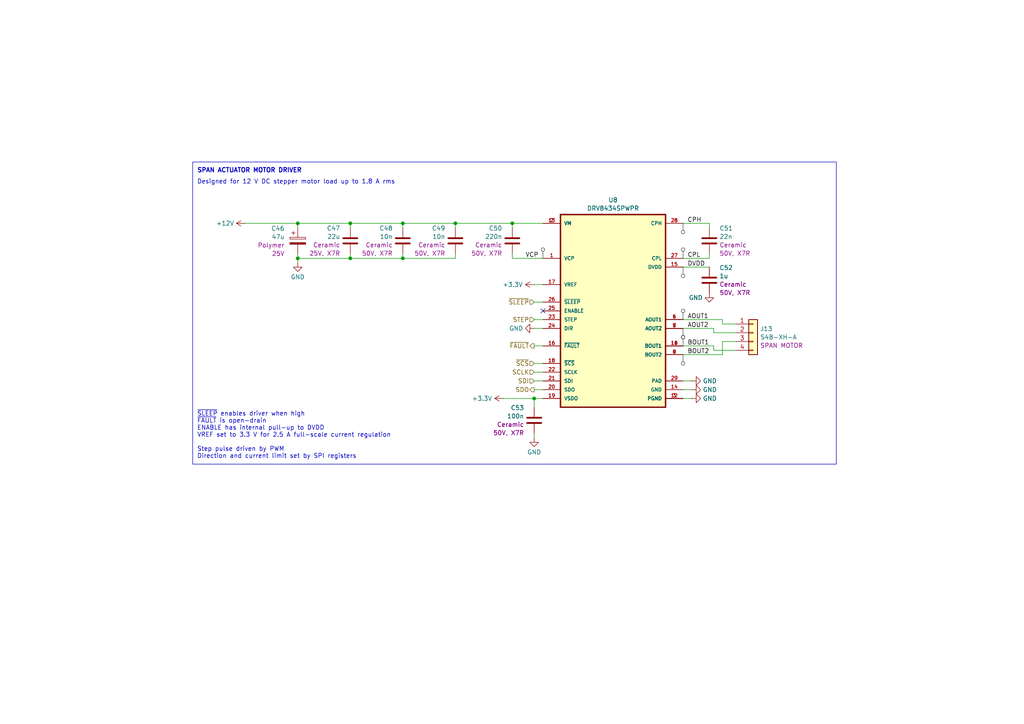
<source format=kicad_sch>
(kicad_sch (version 20250114) (generator "eeschema") (generator_version "9.0")
  (paper "A4")
  (title_block (title "Bed Lift Controller") (date "2026-01") (rev "v1.0") (company "Brown Studios LLC") (comment 1 "github.com/j9brown/bed-lift"))
  (lib_symbols
    (symbol "Connector_Generic:Conn_01x04" (pin_names (offset 1.016) (hide yes))
      (property "Reference" "J" (at 0 5.08 0))
      (property "Value" "Conn_01x04" (at 0 -7.62 0))
      (symbol "Conn_01x04_1_1"
        (rectangle (start -1.27 3.81) (end 1.27 -6.35) (stroke (width 0.254)) (fill (type background)))
        (rectangle (start -1.27 2.667) (end 0 2.413) (stroke (width 0.1524)))
        (rectangle (start -1.27 0.127) (end 0 -0.127) (stroke (width 0.1524)))
        (rectangle (start -1.27 -2.413) (end 0 -2.667) (stroke (width 0.1524)))
        (rectangle (start -1.27 -4.953) (end 0 -5.207) (stroke (width 0.1524)))
        (pin passive line (at -5.08 2.54 0) (length 3.81) (name "Pin_1") (number "1"))
        (pin passive line (at -5.08 0 0) (length 3.81) (name "Pin_2") (number "2"))
        (pin passive line (at -5.08 -2.54 0) (length 3.81) (name "Pin_3") (number "3"))
        (pin passive line (at -5.08 -5.08 0) (length 3.81) (name "Pin_4") (number "4"))
      )
    )
    (symbol "DRV8434SPWPR:DRV8434SPWPR" (pin_names (offset 1.016))
      (property "Reference" "U" (at -14.986 31.242 0))
      (property "Value" "DRV8434SPWPR" (at -15.24 -29.4 0))
      (symbol "DRV8434SPWPR_0_0"
        (rectangle (start -15.24 30.48) (end 15.24 -25.4) (stroke (width 0.41)) (fill (type background)))
        (pin power_in line (at -20.32 27.94 0) (length 5.08) (name "VM") (number "2"))
        (pin power_out line (at -20.32 17.78 0) (length 5.08) (name "VCP") (number "1"))
        (pin input line (at -20.32 10.16 0) (length 5.08) (name "VREF") (number "17"))
        (pin input line (at -20.32 5.08 0) (length 5.08) (name "~{SLEEP}") (number "26"))
        (pin input line (at -20.32 2.54 0) (length 5.08) (name "ENABLE") (number "25"))
        (pin input line (at -20.32 -2.54 0) (length 5.08) (name "DIR") (number "24"))
        (pin power_out line (at 20.32 27.94 180) (length 5.08) (name "CPH") (number "28"))
        (pin power_out line (at 20.32 17.78 180) (length 5.08) (name "CPL") (number "27"))
        (pin passive line (at 20.32 -17.78 180) (length 5.08) (name "PAD") (number "29"))
        (pin power_in line (at 20.32 -20.32 180) (length 5.08) (name "GND") (number "14"))
        (pin power_in line (at 20.32 -22.86 180) (length 5.08) (name "PGND") (number "3"))
      )
      (symbol "DRV8434SPWPR_1_0"
        (pin power_in line (at -20.32 27.94 0) (length 5.08) (name "VM") (number "13"))
        (pin input line (at -20.32 0 0) (length 5.08) (name "STEP") (number "23"))
        (pin open_collector line (at -20.32 -7.62 0) (length 5.08) (name "~{FAULT}") (number "16"))
        (pin input line (at -20.32 -12.7 0) (length 5.08) (name "~{SCS}") (number "18"))
        (pin input line (at -20.32 -15.24 0) (length 5.08) (name "SCLK") (number "22"))
        (pin input line (at -20.32 -17.78 0) (length 5.08) (name "SDI") (number "21"))
        (pin output line (at -20.32 -20.32 0) (length 5.08) (name "SDO") (number "20"))
        (pin power_in line (at -20.32 -22.86 0) (length 5.08) (name "VSDO") (number "19"))
        (pin power_out line (at 20.32 15.24 180) (length 5.08) (name "DVDD") (number "15"))
        (pin power_out line (at 20.32 0 180) (length 5.08) (name "AOUT1") (number "4"))
        (pin power_out line (at 20.32 0 180) (length 5.08) (name "AOUT1") (number "5"))
        (pin power_out line (at 20.32 -2.54 180) (length 5.08) (name "AOUT2") (number "6"))
        (pin power_out line (at 20.32 -2.54 180) (length 5.08) (name "AOUT2") (number "7"))
        (pin power_out line (at 20.32 -7.62 180) (length 5.08) (name "BOUT1") (number "10"))
        (pin power_out line (at 20.32 -7.62 180) (length 5.08) (name "BOUT1") (number "11"))
        (pin power_out line (at 20.32 -10.16 180) (length 5.08) (name "BOUT2") (number "8"))
        (pin power_out line (at 20.32 -10.16 180) (length 5.08) (name "BOUT2") (number "9"))
        (pin power_in line (at 20.32 -22.86 180) (length 5.08) (name "PGND") (number "12"))
      )
    )
    (symbol "Device:C" (pin_numbers (hide yes)) (pin_names (offset 0.254))
      (property "Reference" "C" (at 0.635 2.54 0))
      (property "Value" "C" (at 0.635 -2.54 0))
      (symbol "C_0_1"
        (polyline (pts (xy -2.032 0.762) (xy 2.032 0.762)) (stroke (width 0.508)))
        (polyline (pts (xy -2.032 -0.762) (xy 2.032 -0.762)) (stroke (width 0.508)))
      )
      (symbol "C_1_1"
        (pin passive line (at 0 3.81 270) (length 2.794) (name "~") (number "1"))
        (pin passive line (at 0 -3.81 90) (length 2.794) (name "~") (number "2"))
      )
    )
    (symbol "Device:C_Polarized" (pin_numbers (hide yes)) (pin_names (offset 0.254))
      (property "Reference" "C" (at 0.635 2.54 0))
      (property "Value" "C_Polarized" (at 0.635 -2.54 0))
      (symbol "C_Polarized_0_1"
        (rectangle (start -2.286 0.508) (end 2.286 1.016))
        (polyline (pts (xy -1.778 2.286) (xy -0.762 2.286)))
        (polyline (pts (xy -1.27 2.794) (xy -1.27 1.778)))
        (rectangle (start 2.286 -0.508) (end -2.286 -1.016) (fill (type outline)))
      )
      (symbol "C_Polarized_1_1"
        (pin passive line (at 0 3.81 270) (length 2.794) (name "~") (number "1"))
        (pin passive line (at 0 -3.81 90) (length 2.794) (name "~") (number "2"))
      )
    )
    (symbol "power:+12V" (power) (pin_numbers (hide yes)) (pin_names (offset 0) (hide yes))
      (property "Value" "+12V" (at 0 3.556 0))
      (symbol "+12V_0_1"
        (polyline (pts (xy -0.762 1.27) (xy 0 2.54)))
        (polyline (pts (xy 0 2.54) (xy 0.762 1.27)))
        (polyline (pts (xy 0 0) (xy 0 2.54)))
      )
      (symbol "+12V_1_1"
        (pin power_in line (at 0 0 90) (length 0) (name "~") (number "1"))
      )
    )
    (symbol "power:+3.3V" (power) (pin_numbers (hide yes)) (pin_names (offset 0) (hide yes))
      (property "Value" "+3.3V" (at 0 3.556 0))
      (symbol "+3.3V_0_1"
        (polyline (pts (xy -0.762 1.27) (xy 0 2.54)))
        (polyline (pts (xy 0 2.54) (xy 0.762 1.27)))
        (polyline (pts (xy 0 0) (xy 0 2.54)))
      )
      (symbol "+3.3V_1_1"
        (pin power_in line (at 0 0 90) (length 0) (name "~") (number "1"))
      )
    )
    (symbol "power:GND" (power) (pin_numbers (hide yes)) (pin_names (offset 0) (hide yes))
      (property "Value" "GND" (at 0 -3.81 0))
      (symbol "GND_0_1"
        (polyline (pts (xy 0 0) (xy 0 -1.27) (xy 1.27 -1.27) (xy 0 -2.54) (xy -1.27 -1.27) (xy 0 -1.27)))
      )
      (symbol "GND_1_1"
        (pin power_in line (at 0 0 270) (length 0) (name "~") (number "1"))
      )
    )
  )
  (rectangle (start 55.88 46.99) (end 242.57 134.62))
  (text "Designed for 12 V DC stepper motor load up to 1.8 A rms" (at 57.15 52.07 0) (effects (font (size 1.27 1.27)) (justify left top)))
  (text "SPAN ACTUATOR MOTOR DRIVER" (at 57.15 49.53 0) (effects (font (size 1.27 1.27) (thickness 0.254) (bold yes)) (justify left)))
  (text "~{SLEEP} enables driver when high\n~{FAULT} is open-drain\nENABLE has internal pull-up to DVDD\nVREF set to 3.3 V for 2.5 A full-scale current regulation\n\nStep pulse driven by PWM\nDirection and current limit set by SPI registers" (at 57.15 119.38 0) (effects (font (size 1.27 1.27)) (justify left top)))
  (junction (at 116.84 74.93))
  (junction (at 101.6 74.93))
  (junction (at 101.6 64.77))
  (junction (at 86.36 74.93))
  (junction (at 154.94 115.57))
  (junction (at 132.08 64.77))
  (junction (at 148.59 64.77))
  (junction (at 116.84 64.77))
  (junction (at 86.36 64.77))
  (no_connect (at 157.48 90.17))
  (wire (pts (xy 101.6 74.93) (xy 116.84 74.93)))
  (wire (pts (xy 154.94 82.55) (xy 157.48 82.55)))
  (wire (pts (xy 86.36 73.66) (xy 86.36 74.93)))
  (wire (pts (xy 101.6 64.77) (xy 116.84 64.77)))
  (wire (pts (xy 198.12 102.87) (xy 209.55 102.87)))
  (wire (pts (xy 154.94 100.33) (xy 157.48 100.33)))
  (wire (pts (xy 116.84 74.93) (xy 116.84 73.66)))
  (wire (pts (xy 198.12 113.03) (xy 200.66 113.03)))
  (wire (pts (xy 198.12 77.47) (xy 205.74 77.47)))
  (wire (pts (xy 101.6 73.66) (xy 101.6 74.93)))
  (wire (pts (xy 71.12 64.77) (xy 86.36 64.77)))
  (wire (pts (xy 86.36 74.93) (xy 86.36 76.2)))
  (wire (pts (xy 209.55 93.98) (xy 209.55 92.71)))
  (wire (pts (xy 154.94 107.95) (xy 157.48 107.95)))
  (wire (pts (xy 86.36 64.77) (xy 101.6 64.77)))
  (wire (pts (xy 198.12 92.71) (xy 209.55 92.71)))
  (wire (pts (xy 101.6 64.77) (xy 101.6 66.04)))
  (wire (pts (xy 86.36 74.93) (xy 101.6 74.93)))
  (wire (pts (xy 198.12 115.57) (xy 200.66 115.57)))
  (wire (pts (xy 207.01 96.52) (xy 207.01 95.25)))
  (wire (pts (xy 86.36 64.77) (xy 86.36 66.04)))
  (wire (pts (xy 148.59 64.77) (xy 157.48 64.77)))
  (wire (pts (xy 213.36 96.52) (xy 207.01 96.52)))
  (wire (pts (xy 132.08 64.77) (xy 132.08 66.04)))
  (wire (pts (xy 154.94 110.49) (xy 157.48 110.49)))
  (wire (pts (xy 205.74 66.04) (xy 205.74 64.77)))
  (wire (pts (xy 154.94 95.25) (xy 157.48 95.25)))
  (wire (pts (xy 148.59 73.66) (xy 148.59 74.93)))
  (wire (pts (xy 198.12 74.93) (xy 205.74 74.93)))
  (wire (pts (xy 154.94 113.03) (xy 157.48 113.03)))
  (wire (pts (xy 148.59 66.04) (xy 148.59 64.77)))
  (wire (pts (xy 209.55 99.06) (xy 209.55 102.87)))
  (wire (pts (xy 213.36 101.6) (xy 207.01 101.6)))
  (wire (pts (xy 148.59 74.93) (xy 157.48 74.93)))
  (wire (pts (xy 198.12 64.77) (xy 205.74 64.77)))
  (wire (pts (xy 209.55 99.06) (xy 213.36 99.06)))
  (wire (pts (xy 154.94 105.41) (xy 157.48 105.41)))
  (wire (pts (xy 205.74 73.66) (xy 205.74 74.93)))
  (wire (pts (xy 116.84 64.77) (xy 132.08 64.77)))
  (wire (pts (xy 132.08 64.77) (xy 148.59 64.77)))
  (wire (pts (xy 116.84 74.93) (xy 132.08 74.93)))
  (wire (pts (xy 154.94 115.57) (xy 154.94 118.11)))
  (wire (pts (xy 116.84 64.77) (xy 116.84 66.04)))
  (wire (pts (xy 132.08 73.66) (xy 132.08 74.93)))
  (wire (pts (xy 154.94 127) (xy 154.94 125.73)))
  (wire (pts (xy 198.12 100.33) (xy 207.01 100.33)))
  (wire (pts (xy 198.12 110.49) (xy 200.66 110.49)))
  (wire (pts (xy 146.05 115.57) (xy 154.94 115.57)))
  (wire (pts (xy 154.94 92.71) (xy 157.48 92.71)))
  (wire (pts (xy 213.36 93.98) (xy 209.55 93.98)))
  (wire (pts (xy 154.94 87.63) (xy 157.48 87.63)))
  (wire (pts (xy 207.01 101.6) (xy 207.01 100.33)))
  (wire (pts (xy 154.94 115.57) (xy 157.48 115.57)))
  (wire (pts (xy 198.12 95.25) (xy 207.01 95.25)))
  (label "CPL" (at 199.39 74.93 0))
  (label "VCP" (at 156.21 74.93 180))
  (label "BOUT2" (at 199.39 102.87 0))
  (label "CPH" (at 199.39 64.77 0))
  (label "AOUT2" (at 199.39 95.25 0))
  (label "DVDD" (at 199.39 77.47 0))
  (label "BOUT1" (at 199.39 100.33 0))
  (label "AOUT1" (at 199.39 92.71 0))
  (hierarchical_label "~{SLEEP}" (shape input) (at 154.94 87.63 180))
  (hierarchical_label "~{FAULT}" (shape output) (at 154.94 100.33 180))
  (hierarchical_label "STEP" (shape input) (at 154.94 92.71 180))
  (hierarchical_label "~{SCS}" (shape input) (at 154.94 105.41 180))
  (hierarchical_label "SDO" (shape output) (at 154.94 113.03 180))
  (hierarchical_label "SCLK" (shape input) (at 154.94 107.95 180))
  (hierarchical_label "SDI" (shape input) (at 154.94 110.49 180))
  (netclass_flag "" (length 2.54) (shape round) (at 198.12 95.25 180) (property "Netclass" "Power-2A" (effects (hide yes))))
  (netclass_flag "" (length 2.54) (shape round) (at 198.12 64.77 180) (property "Netclass" "Power" (effects (hide yes))))
  (netclass_flag "" (length 2.54) (shape round) (at 198.12 74.93 0) (property "Netclass" "Power" (effects (hide yes))))
  (netclass_flag "" (length 2.54) (shape round) (at 157.48 74.93 0) (property "Netclass" "Power" (effects (hide yes))))
  (netclass_flag "" (length 2.54) (shape round) (at 198.12 100.33 0) (property "Netclass" "Power-2A" (effects (hide yes))))
  (netclass_flag "" (length 2.54) (shape round) (at 198.12 102.87 180) (property "Netclass" "Power-2A" (effects (hide yes))))
  (netclass_flag "" (length 2.54) (shape round) (at 198.12 77.47 180) (property "Netclass" "Power" (effects (hide yes))))
  (netclass_flag "" (length 2.54) (shape round) (at 198.12 92.71 0) (property "Netclass" "Power-2A" (effects (hide yes))))
  (symbol (lib_id "power:GND") (at 154.94 127 0) (unit 1)
    (property "Reference" "#PWR075" (effects (hide yes)))
    (property "Value" "GND" (at 154.94 131.1331 0))
    (property "Description" "Power symbol creates a global label with name \"GND\" , ground" (effects (hide yes)))
    (instances (project "bed-lift" (path "" (reference "#PWR085") (unit 1)) (path "" (reference "#PWR095") (unit 1)) (path "" (reference "#PWR075") (unit 1)) (path "" (reference "#PWR0105") (unit 1))))
  )
  (symbol (lib_id "power:GND") (at 200.66 110.49 90) (unit 1)
    (property "Reference" "#PWR071" (effects (hide yes)))
    (property "Value" "GND" (at 203.835 110.49 90) (effects (justify right)))
    (property "Description" "Power symbol creates a global label with name \"GND\" , ground" (effects (hide yes)))
    (instances (project "bed-lift" (path "" (reference "#PWR081") (unit 1)) (path "" (reference "#PWR091") (unit 1)) (path "" (reference "#PWR071") (unit 1)) (path "" (reference "#PWR0101") (unit 1))))
  )
  (symbol (lib_id "power:+12V") (at 71.12 64.77 90) (unit 1)
    (property "Reference" "#PWR066" (effects (hide yes)))
    (property "Value" "+12V" (at 67.945 64.77 90) (effects (justify left)))
    (property "Description" "Power symbol creates a global label with name \"+12V\"" (effects (hide yes)))
    (instances (project "bed-lift" (path "" (reference "#PWR076") (unit 1)) (path "" (reference "#PWR086") (unit 1)) (path "" (reference "#PWR066") (unit 1)) (path "" (reference "#PWR096") (unit 1))))
  )
  (symbol (lib_id "Device:C") (at 205.74 69.85 0) (unit 1)
    (property "Reference" "C43" (at 208.661 66.2135 0) (effects (justify left)))
    (property "Value" "22n" (at 208.661 68.6378 0) (effects (justify left)))
    (property "Footprint" "Capacitor_SMD:C_0603_1608Metric" (effects (hide yes)))
    (property "Description" "Unpolarized capacitor" (effects (hide yes)))
    (property "Type" "Ceramic" (at 208.661 71.0621 0) (effects (justify left)))
    (property "Rating" "50V, X7R" (at 208.661 73.4864 0) (effects (justify left)))
    (property "LCSC" "C21122" (effects (hide yes)))
    (instances (project "bed-lift" (path "" (reference "C51") (unit 1)) (path "" (reference "C59") (unit 1)) (path "" (reference "C43") (unit 1)) (path "" (reference "C67") (unit 1))))
  )
  (symbol (lib_id "Device:C") (at 132.08 69.85 0) (mirror y) (unit 1)
    (property "Reference" "C41" (at 129.159 66.2135 0) (effects (justify left)))
    (property "Value" "10n" (at 129.159 68.6378 0) (effects (justify left)))
    (property "Footprint" "Capacitor_SMD:C_0603_1608Metric" (effects (hide yes)))
    (property "Description" "Unpolarized capacitor" (effects (hide yes)))
    (property "Type" "Ceramic" (at 129.159 71.0621 0) (effects (justify left)))
    (property "Rating" "50V, X7R" (at 129.159 73.4864 0) (effects (justify left)))
    (property "LCSC" "C57112" (effects (hide yes)))
    (instances (project "bed-lift" (path "" (reference "C49") (unit 1)) (path "" (reference "C57") (unit 1)) (path "" (reference "C41") (unit 1)) (path "" (reference "C65") (unit 1))))
  )
  (symbol (lib_id "Device:C") (at 154.94 121.92 0) (mirror y) (unit 1)
    (property "Reference" "C45" (at 152.019 118.2835 0) (effects (justify left)))
    (property "Value" "100n" (at 152.019 120.7078 0) (effects (justify left)))
    (property "Footprint" "Capacitor_SMD:C_0603_1608Metric" (effects (hide yes)))
    (property "Description" "Unpolarized capacitor" (effects (hide yes)))
    (property "Type" "Ceramic" (at 152.019 123.1321 0) (effects (justify left)))
    (property "Rating" "50V, X7R" (at 152.019 125.5564 0) (effects (justify left)))
    (property "LCSC" "C14663" (effects (hide yes)))
    (instances (project "bed-lift" (path "" (reference "C53") (unit 1)) (path "" (reference "C61") (unit 1)) (path "" (reference "C45") (unit 1)) (path "" (reference "C69") (unit 1))))
  )
  (symbol (lib_id "Device:C") (at 205.74 81.28 0) (unit 1)
    (property "Reference" "C44" (at 208.661 77.6435 0) (effects (justify left)))
    (property "Value" "1u" (at 208.661 80.0678 0) (effects (justify left)))
    (property "Footprint" "Capacitor_SMD:C_0805_2012Metric" (effects (hide yes)))
    (property "Description" "Unpolarized capacitor" (effects (hide yes)))
    (property "Type" "Ceramic" (at 208.661 82.4921 0) (effects (justify left)))
    (property "Rating" "50V, X7R" (at 208.661 84.9164 0) (effects (justify left)))
    (property "LCSC" "C28323" (effects (hide yes)))
    (instances (project "bed-lift" (path "" (reference "C52") (unit 1)) (path "" (reference "C60") (unit 1)) (path "" (reference "C44") (unit 1)) (path "" (reference "C68") (unit 1))))
  )
  (symbol (lib_id "Device:C") (at 101.6 69.85 0) (mirror x) (unit 1)
    (property "Reference" "C39" (at 98.679 66.2135 0) (effects (justify right)))
    (property "Value" "22u" (at 98.679 68.6378 0) (effects (justify right)))
    (property "Footprint" "Capacitor_SMD:C_1210_3225Metric" (effects (hide yes)))
    (property "Description" "Unpolarized capacitor" (effects (hide yes)))
    (property "Type" "Ceramic" (at 98.679 71.0621 0) (effects (justify right)))
    (property "Rating" "25V, X7R" (at 98.679 73.4864 0) (effects (justify right)))
    (property "LCSC" "C309062" (effects (hide yes)))
    (instances (project "bed-lift" (path "" (reference "C47") (unit 1)) (path "" (reference "C55") (unit 1)) (path "" (reference "C39") (unit 1)) (path "" (reference "C63") (unit 1))))
  )
  (symbol (lib_id "power:GND") (at 86.36 76.2 0) (unit 1)
    (property "Reference" "#PWR067" (effects (hide yes)))
    (property "Value" "GND" (at 86.36 80.3331 0))
    (property "Description" "Power symbol creates a global label with name \"GND\" , ground" (effects (hide yes)))
    (instances (project "bed-lift" (path "" (reference "#PWR077") (unit 1)) (path "" (reference "#PWR087") (unit 1)) (path "" (reference "#PWR067") (unit 1)) (path "" (reference "#PWR097") (unit 1))))
  )
  (symbol (lib_id "power:GND") (at 200.66 113.03 90) (unit 1)
    (property "Reference" "#PWR072" (effects (hide yes)))
    (property "Value" "GND" (at 203.835 113.03 90) (effects (justify right)))
    (property "Description" "Power symbol creates a global label with name \"GND\" , ground" (effects (hide yes)))
    (instances (project "bed-lift" (path "" (reference "#PWR082") (unit 1)) (path "" (reference "#PWR092") (unit 1)) (path "" (reference "#PWR072") (unit 1)) (path "" (reference "#PWR0102") (unit 1))))
  )
  (symbol (lib_id "power:GND") (at 154.94 95.25 270) (mirror x) (unit 1)
    (property "Reference" "#PWR070" (effects (hide yes)))
    (property "Value" "GND" (at 151.7651 95.25 90) (effects (justify right)))
    (property "Description" "Power symbol creates a global label with name \"GND\" , ground" (effects (hide yes)))
    (instances (project "bed-lift" (path "" (reference "#PWR080") (unit 1)) (path "" (reference "#PWR090") (unit 1)) (path "" (reference "#PWR070") (unit 1)) (path "" (reference "#PWR0100") (unit 1))))
  )
  (symbol (lib_id "power:GND") (at 200.66 115.57 90) (unit 1)
    (property "Reference" "#PWR074" (effects (hide yes)))
    (property "Value" "GND" (at 203.835 115.57 90) (effects (justify right)))
    (property "Description" "Power symbol creates a global label with name \"GND\" , ground" (effects (hide yes)))
    (instances (project "bed-lift" (path "" (reference "#PWR084") (unit 1)) (path "" (reference "#PWR094") (unit 1)) (path "" (reference "#PWR074") (unit 1)) (path "" (reference "#PWR0104") (unit 1))))
  )
  (symbol (lib_id "power:+3.3V") (at 146.05 115.57 90) (unit 1)
    (property "Reference" "#PWR073" (effects (hide yes)))
    (property "Value" "+3.3V" (at 142.748 115.57 90) (effects (justify left)))
    (property "Description" "Power symbol creates a global label with name \"+3.3V\"" (effects (hide yes)))
    (instances (project "bed-lift" (path "" (reference "#PWR083") (unit 1)) (path "" (reference "#PWR093") (unit 1)) (path "" (reference "#PWR073") (unit 1)) (path "" (reference "#PWR0103") (unit 1))))
  )
  (symbol (lib_id "Device:C") (at 116.84 69.85 0) (mirror y) (unit 1)
    (property "Reference" "C40" (at 113.919 66.2135 0) (effects (justify left)))
    (property "Value" "10n" (at 113.919 68.6378 0) (effects (justify left)))
    (property "Footprint" "Capacitor_SMD:C_0603_1608Metric" (effects (hide yes)))
    (property "Description" "Unpolarized capacitor" (effects (hide yes)))
    (property "Type" "Ceramic" (at 113.919 71.0621 0) (effects (justify left)))
    (property "Rating" "50V, X7R" (at 113.919 73.4864 0) (effects (justify left)))
    (property "LCSC" "C57112" (effects (hide yes)))
    (instances (project "bed-lift" (path "" (reference "C48") (unit 1)) (path "" (reference "C56") (unit 1)) (path "" (reference "C40") (unit 1)) (path "" (reference "C64") (unit 1))))
  )
  (symbol (lib_id "Device:C") (at 148.59 69.85 0) (mirror y) (unit 1)
    (property "Reference" "C42" (at 145.669 66.2135 0) (effects (justify left)))
    (property "Value" "220n" (at 145.669 68.6378 0) (effects (justify left)))
    (property "Footprint" "Capacitor_SMD:C_0603_1608Metric" (effects (hide yes)))
    (property "Description" "Unpolarized capacitor" (effects (hide yes)))
    (property "Type" "Ceramic" (at 145.669 71.0621 0) (effects (justify left)))
    (property "Rating" "50V, X7R" (at 145.669 73.4864 0) (effects (justify left)))
    (property "LCSC" "C21120" (effects (hide yes)))
    (instances (project "bed-lift" (path "" (reference "C50") (unit 1)) (path "" (reference "C58") (unit 1)) (path "" (reference "C42") (unit 1)) (path "" (reference "C66") (unit 1))))
  )
  (symbol (lib_id "power:GND") (at 205.74 85.09 0) (mirror y) (unit 1)
    (property "Reference" "#PWR069" (effects (hide yes)))
    (property "Value" "GND" (at 203.8351 86.36 0) (effects (justify left)))
    (property "Description" "Power symbol creates a global label with name \"GND\" , ground" (effects (hide yes)))
    (instances (project "bed-lift" (path "" (reference "#PWR079") (unit 1)) (path "" (reference "#PWR089") (unit 1)) (path "" (reference "#PWR069") (unit 1)) (path "" (reference "#PWR099") (unit 1))))
  )
  (symbol (lib_id "power:+3.3V") (at 154.94 82.55 90) (unit 1)
    (property "Reference" "#PWR068" (effects (hide yes)))
    (property "Value" "+3.3V" (at 151.638 82.55 90) (effects (justify left)))
    (property "Description" "Power symbol creates a global label with name \"+3.3V\"" (effects (hide yes)))
    (instances (project "bed-lift" (path "" (reference "#PWR078") (unit 1)) (path "" (reference "#PWR088") (unit 1)) (path "" (reference "#PWR068") (unit 1)) (path "" (reference "#PWR098") (unit 1))))
  )
  (symbol (lib_id "Connector_Generic:Conn_01x04") (at 218.44 96.52 0) (unit 1)
    (property "Reference" "J12" (at 220.472 95.3657 0) (effects (justify left)))
    (property "Value" "S4B-XH-A" (at 220.472 97.79 0) (effects (justify left)))
    (property "Footprint" "Connector_JST:JST_XH_S4B-XH-A_1x04_P2.50mm_Horizontal" (effects (hide yes)))
    (property "Description" "Generic connector, single row, 01x04, script generated (kicad-library-utils/schlib/autogen/connector/)" (effects (hide yes)))
    (property "Label" "SPAN MOTOR" (at 220.472 100.2143 0) (effects (justify left)))
    (property "LCSC" "C157925" (effects (hide yes)))
    (property "FT Rotation Offset" "180" (effects (hide yes)))
    (instances (project "bed-lift" (path "" (reference "J13") (unit 1)) (path "" (reference "J14") (unit 1)) (path "" (reference "J12") (unit 1)) (path "" (reference "J15") (unit 1))))
  )
  (symbol (lib_id "Device:C_Polarized") (at 86.36 69.85 0) (unit 1)
    (property "Reference" "C38" (at 82.55 66.2714 0) (effects (justify right)))
    (property "Value" "47u" (at 82.55 68.6957 0) (effects (justify right)))
    (property "Footprint" "Capacitor_THT:CP_Radial_D5.0mm_P2.50mm" (effects (hide yes)))
    (property "Description" "Polarized capacitor" (effects (hide yes)))
    (property "Type" "Polymer" (at 82.55 71.12 0) (effects (justify right)))
    (property "Rating" "25V" (at 82.55 73.5443 0) (effects (justify right)))
    (property "LCSC" "C5243872" (effects (hide yes)))
    (property "MPN" "4700250508R00" (effects (hide yes)))
    (instances (project "bed-lift" (path "" (reference "C46") (unit 1)) (path "" (reference "C54") (unit 1)) (path "" (reference "C38") (unit 1)) (path "" (reference "C62") (unit 1))))
  )
  (symbol (lib_id "DRV8434SPWPR:DRV8434SPWPR") (at 177.8 92.71 0) (unit 1)
    (property "Reference" "U7" (at 177.8 58.0075 0))
    (property "Value" "DRV8434SPWPR" (at 177.8 60.4318 0))
    (property "Footprint" "DRV8434SPWPR:HTSSOP-28 PWP0028M" (effects (hide yes)))
    (property "Datasheet" "https://www.ti.com/lit/ds/symlink/drv8434s.pdf" (effects (hide yes)))
    (property "PACKAGE" "HTSSOP-28 Texas Instruments" (effects (hide yes)))
    (property "MAXIMUM_PACKAGE_HEIGHT" "1.2mm" (effects (hide yes)))
    (property "MANUFACTURER" "Texas Instruments" (effects (hide yes)))
    (property "LCSC" "C3681202" (effects (hide yes)))
    (instances (project "bed-lift" (path "" (reference "U8") (unit 1)) (path "" (reference "U9") (unit 1)) (path "" (reference "U7") (unit 1)) (path "" (reference "U10") (unit 1))))
  )
)
</source>
